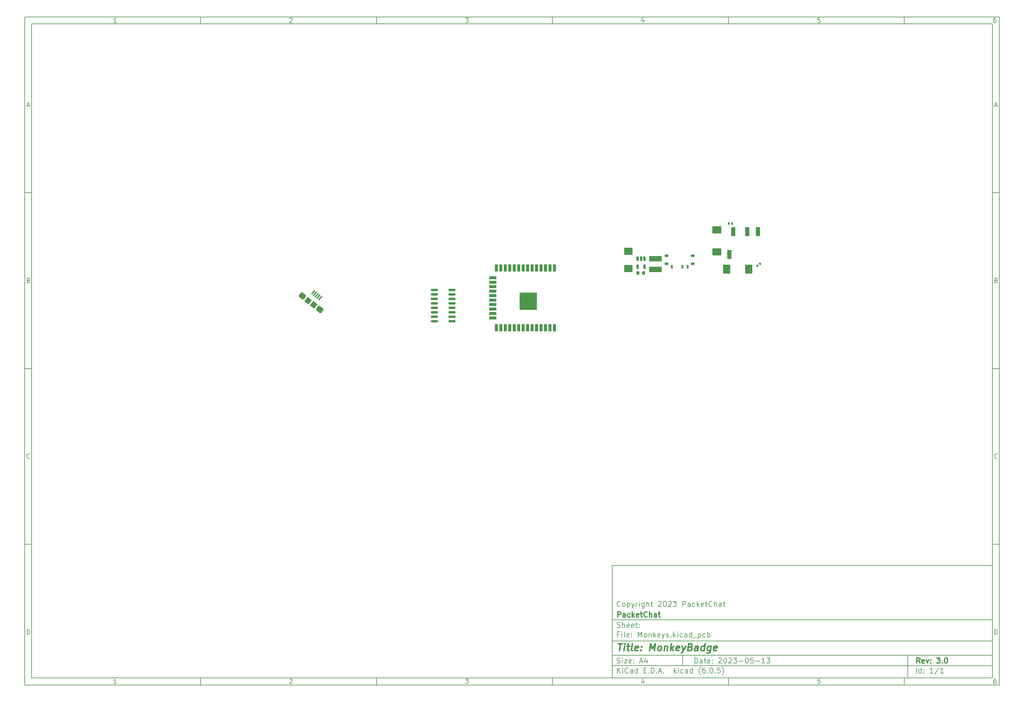
<source format=gbr>
%TF.GenerationSoftware,KiCad,Pcbnew,(6.0.5)*%
%TF.CreationDate,2023-07-25T21:33:44-07:00*%
%TF.ProjectId,Monkeys,4d6f6e6b-6579-4732-9e6b-696361645f70,3.0*%
%TF.SameCoordinates,Original*%
%TF.FileFunction,Paste,Bot*%
%TF.FilePolarity,Positive*%
%FSLAX46Y46*%
G04 Gerber Fmt 4.6, Leading zero omitted, Abs format (unit mm)*
G04 Created by KiCad (PCBNEW (6.0.5)) date 2023-07-25 21:33:44*
%MOMM*%
%LPD*%
G01*
G04 APERTURE LIST*
G04 Aperture macros list*
%AMRoundRect*
0 Rectangle with rounded corners*
0 $1 Rounding radius*
0 $2 $3 $4 $5 $6 $7 $8 $9 X,Y pos of 4 corners*
0 Add a 4 corners polygon primitive as box body*
4,1,4,$2,$3,$4,$5,$6,$7,$8,$9,$2,$3,0*
0 Add four circle primitives for the rounded corners*
1,1,$1+$1,$2,$3*
1,1,$1+$1,$4,$5*
1,1,$1+$1,$6,$7*
1,1,$1+$1,$8,$9*
0 Add four rect primitives between the rounded corners*
20,1,$1+$1,$2,$3,$4,$5,0*
20,1,$1+$1,$4,$5,$6,$7,0*
20,1,$1+$1,$6,$7,$8,$9,0*
20,1,$1+$1,$8,$9,$2,$3,0*%
%AMRotRect*
0 Rectangle, with rotation*
0 The origin of the aperture is its center*
0 $1 length*
0 $2 width*
0 $3 Rotation angle, in degrees counterclockwise*
0 Add horizontal line*
21,1,$1,$2,0,0,$3*%
G04 Aperture macros list end*
%ADD10C,0.100000*%
%ADD11C,0.150000*%
%ADD12C,0.300000*%
%ADD13C,0.400000*%
%ADD14C,0.000100*%
%ADD15RoundRect,0.147500X0.147500X0.172500X-0.147500X0.172500X-0.147500X-0.172500X0.147500X-0.172500X0*%
%ADD16RoundRect,0.147500X-0.002111X-0.226954X0.223872X-0.037331X0.002111X0.226954X-0.223872X0.037331X0*%
%ADD17RoundRect,0.250000X1.025000X-0.787500X1.025000X0.787500X-1.025000X0.787500X-1.025000X-0.787500X0*%
%ADD18RoundRect,0.250000X-0.787500X-1.025000X0.787500X-1.025000X0.787500X1.025000X-0.787500X1.025000X0*%
%ADD19R,1.000000X0.700000*%
%ADD20R,0.600000X1.000000*%
%ADD21RoundRect,0.150000X-0.150000X0.512500X-0.150000X-0.512500X0.150000X-0.512500X0.150000X0.512500X0*%
%ADD22R,3.600000X1.500000*%
%ADD23RoundRect,0.250000X-0.925000X0.787500X-0.925000X-0.787500X0.925000X-0.787500X0.925000X0.787500X0*%
%ADD24RoundRect,0.225000X-0.225000X-0.250000X0.225000X-0.250000X0.225000X0.250000X-0.225000X0.250000X0*%
%ADD25R,0.900000X2.000000*%
%ADD26R,2.000000X0.900000*%
%ADD27R,5.000000X5.000000*%
%ADD28RotRect,0.400000X1.350000X142.000000*%
%ADD29RoundRect,0.400000X0.147741X-0.623035X0.640270X0.007374X-0.147741X0.623035X-0.640270X-0.007374X0*%
%ADD30RotRect,1.500000X1.550000X142.000000*%
%ADD31RoundRect,0.150000X-0.825000X-0.150000X0.825000X-0.150000X0.825000X0.150000X-0.825000X0.150000X0*%
%ADD32R,1.200000X2.500000*%
G04 APERTURE END LIST*
D10*
D11*
X177002200Y-166007200D02*
X177002200Y-198007200D01*
X285002200Y-198007200D01*
X285002200Y-166007200D01*
X177002200Y-166007200D01*
D10*
D11*
X10000000Y-10000000D02*
X10000000Y-200007200D01*
X287002200Y-200007200D01*
X287002200Y-10000000D01*
X10000000Y-10000000D01*
D10*
D11*
X12000000Y-12000000D02*
X12000000Y-198007200D01*
X285002200Y-198007200D01*
X285002200Y-12000000D01*
X12000000Y-12000000D01*
D10*
D11*
X60000000Y-12000000D02*
X60000000Y-10000000D01*
D10*
D11*
X110000000Y-12000000D02*
X110000000Y-10000000D01*
D10*
D11*
X160000000Y-12000000D02*
X160000000Y-10000000D01*
D10*
D11*
X210000000Y-12000000D02*
X210000000Y-10000000D01*
D10*
D11*
X260000000Y-12000000D02*
X260000000Y-10000000D01*
D10*
D11*
X36065476Y-11588095D02*
X35322619Y-11588095D01*
X35694047Y-11588095D02*
X35694047Y-10288095D01*
X35570238Y-10473809D01*
X35446428Y-10597619D01*
X35322619Y-10659523D01*
D10*
D11*
X85322619Y-10411904D02*
X85384523Y-10350000D01*
X85508333Y-10288095D01*
X85817857Y-10288095D01*
X85941666Y-10350000D01*
X86003571Y-10411904D01*
X86065476Y-10535714D01*
X86065476Y-10659523D01*
X86003571Y-10845238D01*
X85260714Y-11588095D01*
X86065476Y-11588095D01*
D10*
D11*
X135260714Y-10288095D02*
X136065476Y-10288095D01*
X135632142Y-10783333D01*
X135817857Y-10783333D01*
X135941666Y-10845238D01*
X136003571Y-10907142D01*
X136065476Y-11030952D01*
X136065476Y-11340476D01*
X136003571Y-11464285D01*
X135941666Y-11526190D01*
X135817857Y-11588095D01*
X135446428Y-11588095D01*
X135322619Y-11526190D01*
X135260714Y-11464285D01*
D10*
D11*
X185941666Y-10721428D02*
X185941666Y-11588095D01*
X185632142Y-10226190D02*
X185322619Y-11154761D01*
X186127380Y-11154761D01*
D10*
D11*
X236003571Y-10288095D02*
X235384523Y-10288095D01*
X235322619Y-10907142D01*
X235384523Y-10845238D01*
X235508333Y-10783333D01*
X235817857Y-10783333D01*
X235941666Y-10845238D01*
X236003571Y-10907142D01*
X236065476Y-11030952D01*
X236065476Y-11340476D01*
X236003571Y-11464285D01*
X235941666Y-11526190D01*
X235817857Y-11588095D01*
X235508333Y-11588095D01*
X235384523Y-11526190D01*
X235322619Y-11464285D01*
D10*
D11*
X285941666Y-10288095D02*
X285694047Y-10288095D01*
X285570238Y-10350000D01*
X285508333Y-10411904D01*
X285384523Y-10597619D01*
X285322619Y-10845238D01*
X285322619Y-11340476D01*
X285384523Y-11464285D01*
X285446428Y-11526190D01*
X285570238Y-11588095D01*
X285817857Y-11588095D01*
X285941666Y-11526190D01*
X286003571Y-11464285D01*
X286065476Y-11340476D01*
X286065476Y-11030952D01*
X286003571Y-10907142D01*
X285941666Y-10845238D01*
X285817857Y-10783333D01*
X285570238Y-10783333D01*
X285446428Y-10845238D01*
X285384523Y-10907142D01*
X285322619Y-11030952D01*
D10*
D11*
X60000000Y-198007200D02*
X60000000Y-200007200D01*
D10*
D11*
X110000000Y-198007200D02*
X110000000Y-200007200D01*
D10*
D11*
X160000000Y-198007200D02*
X160000000Y-200007200D01*
D10*
D11*
X210000000Y-198007200D02*
X210000000Y-200007200D01*
D10*
D11*
X260000000Y-198007200D02*
X260000000Y-200007200D01*
D10*
D11*
X36065476Y-199595295D02*
X35322619Y-199595295D01*
X35694047Y-199595295D02*
X35694047Y-198295295D01*
X35570238Y-198481009D01*
X35446428Y-198604819D01*
X35322619Y-198666723D01*
D10*
D11*
X85322619Y-198419104D02*
X85384523Y-198357200D01*
X85508333Y-198295295D01*
X85817857Y-198295295D01*
X85941666Y-198357200D01*
X86003571Y-198419104D01*
X86065476Y-198542914D01*
X86065476Y-198666723D01*
X86003571Y-198852438D01*
X85260714Y-199595295D01*
X86065476Y-199595295D01*
D10*
D11*
X135260714Y-198295295D02*
X136065476Y-198295295D01*
X135632142Y-198790533D01*
X135817857Y-198790533D01*
X135941666Y-198852438D01*
X136003571Y-198914342D01*
X136065476Y-199038152D01*
X136065476Y-199347676D01*
X136003571Y-199471485D01*
X135941666Y-199533390D01*
X135817857Y-199595295D01*
X135446428Y-199595295D01*
X135322619Y-199533390D01*
X135260714Y-199471485D01*
D10*
D11*
X185941666Y-198728628D02*
X185941666Y-199595295D01*
X185632142Y-198233390D02*
X185322619Y-199161961D01*
X186127380Y-199161961D01*
D10*
D11*
X236003571Y-198295295D02*
X235384523Y-198295295D01*
X235322619Y-198914342D01*
X235384523Y-198852438D01*
X235508333Y-198790533D01*
X235817857Y-198790533D01*
X235941666Y-198852438D01*
X236003571Y-198914342D01*
X236065476Y-199038152D01*
X236065476Y-199347676D01*
X236003571Y-199471485D01*
X235941666Y-199533390D01*
X235817857Y-199595295D01*
X235508333Y-199595295D01*
X235384523Y-199533390D01*
X235322619Y-199471485D01*
D10*
D11*
X285941666Y-198295295D02*
X285694047Y-198295295D01*
X285570238Y-198357200D01*
X285508333Y-198419104D01*
X285384523Y-198604819D01*
X285322619Y-198852438D01*
X285322619Y-199347676D01*
X285384523Y-199471485D01*
X285446428Y-199533390D01*
X285570238Y-199595295D01*
X285817857Y-199595295D01*
X285941666Y-199533390D01*
X286003571Y-199471485D01*
X286065476Y-199347676D01*
X286065476Y-199038152D01*
X286003571Y-198914342D01*
X285941666Y-198852438D01*
X285817857Y-198790533D01*
X285570238Y-198790533D01*
X285446428Y-198852438D01*
X285384523Y-198914342D01*
X285322619Y-199038152D01*
D10*
D11*
X10000000Y-60000000D02*
X12000000Y-60000000D01*
D10*
D11*
X10000000Y-110000000D02*
X12000000Y-110000000D01*
D10*
D11*
X10000000Y-160000000D02*
X12000000Y-160000000D01*
D10*
D11*
X10690476Y-35216666D02*
X11309523Y-35216666D01*
X10566666Y-35588095D02*
X11000000Y-34288095D01*
X11433333Y-35588095D01*
D10*
D11*
X11092857Y-84907142D02*
X11278571Y-84969047D01*
X11340476Y-85030952D01*
X11402380Y-85154761D01*
X11402380Y-85340476D01*
X11340476Y-85464285D01*
X11278571Y-85526190D01*
X11154761Y-85588095D01*
X10659523Y-85588095D01*
X10659523Y-84288095D01*
X11092857Y-84288095D01*
X11216666Y-84350000D01*
X11278571Y-84411904D01*
X11340476Y-84535714D01*
X11340476Y-84659523D01*
X11278571Y-84783333D01*
X11216666Y-84845238D01*
X11092857Y-84907142D01*
X10659523Y-84907142D01*
D10*
D11*
X11402380Y-135464285D02*
X11340476Y-135526190D01*
X11154761Y-135588095D01*
X11030952Y-135588095D01*
X10845238Y-135526190D01*
X10721428Y-135402380D01*
X10659523Y-135278571D01*
X10597619Y-135030952D01*
X10597619Y-134845238D01*
X10659523Y-134597619D01*
X10721428Y-134473809D01*
X10845238Y-134350000D01*
X11030952Y-134288095D01*
X11154761Y-134288095D01*
X11340476Y-134350000D01*
X11402380Y-134411904D01*
D10*
D11*
X10659523Y-185588095D02*
X10659523Y-184288095D01*
X10969047Y-184288095D01*
X11154761Y-184350000D01*
X11278571Y-184473809D01*
X11340476Y-184597619D01*
X11402380Y-184845238D01*
X11402380Y-185030952D01*
X11340476Y-185278571D01*
X11278571Y-185402380D01*
X11154761Y-185526190D01*
X10969047Y-185588095D01*
X10659523Y-185588095D01*
D10*
D11*
X287002200Y-60000000D02*
X285002200Y-60000000D01*
D10*
D11*
X287002200Y-110000000D02*
X285002200Y-110000000D01*
D10*
D11*
X287002200Y-160000000D02*
X285002200Y-160000000D01*
D10*
D11*
X285692676Y-35216666D02*
X286311723Y-35216666D01*
X285568866Y-35588095D02*
X286002200Y-34288095D01*
X286435533Y-35588095D01*
D10*
D11*
X286095057Y-84907142D02*
X286280771Y-84969047D01*
X286342676Y-85030952D01*
X286404580Y-85154761D01*
X286404580Y-85340476D01*
X286342676Y-85464285D01*
X286280771Y-85526190D01*
X286156961Y-85588095D01*
X285661723Y-85588095D01*
X285661723Y-84288095D01*
X286095057Y-84288095D01*
X286218866Y-84350000D01*
X286280771Y-84411904D01*
X286342676Y-84535714D01*
X286342676Y-84659523D01*
X286280771Y-84783333D01*
X286218866Y-84845238D01*
X286095057Y-84907142D01*
X285661723Y-84907142D01*
D10*
D11*
X286404580Y-135464285D02*
X286342676Y-135526190D01*
X286156961Y-135588095D01*
X286033152Y-135588095D01*
X285847438Y-135526190D01*
X285723628Y-135402380D01*
X285661723Y-135278571D01*
X285599819Y-135030952D01*
X285599819Y-134845238D01*
X285661723Y-134597619D01*
X285723628Y-134473809D01*
X285847438Y-134350000D01*
X286033152Y-134288095D01*
X286156961Y-134288095D01*
X286342676Y-134350000D01*
X286404580Y-134411904D01*
D10*
D11*
X285661723Y-185588095D02*
X285661723Y-184288095D01*
X285971247Y-184288095D01*
X286156961Y-184350000D01*
X286280771Y-184473809D01*
X286342676Y-184597619D01*
X286404580Y-184845238D01*
X286404580Y-185030952D01*
X286342676Y-185278571D01*
X286280771Y-185402380D01*
X286156961Y-185526190D01*
X285971247Y-185588095D01*
X285661723Y-185588095D01*
D10*
D11*
X200434342Y-193785771D02*
X200434342Y-192285771D01*
X200791485Y-192285771D01*
X201005771Y-192357200D01*
X201148628Y-192500057D01*
X201220057Y-192642914D01*
X201291485Y-192928628D01*
X201291485Y-193142914D01*
X201220057Y-193428628D01*
X201148628Y-193571485D01*
X201005771Y-193714342D01*
X200791485Y-193785771D01*
X200434342Y-193785771D01*
X202577200Y-193785771D02*
X202577200Y-193000057D01*
X202505771Y-192857200D01*
X202362914Y-192785771D01*
X202077200Y-192785771D01*
X201934342Y-192857200D01*
X202577200Y-193714342D02*
X202434342Y-193785771D01*
X202077200Y-193785771D01*
X201934342Y-193714342D01*
X201862914Y-193571485D01*
X201862914Y-193428628D01*
X201934342Y-193285771D01*
X202077200Y-193214342D01*
X202434342Y-193214342D01*
X202577200Y-193142914D01*
X203077200Y-192785771D02*
X203648628Y-192785771D01*
X203291485Y-192285771D02*
X203291485Y-193571485D01*
X203362914Y-193714342D01*
X203505771Y-193785771D01*
X203648628Y-193785771D01*
X204720057Y-193714342D02*
X204577200Y-193785771D01*
X204291485Y-193785771D01*
X204148628Y-193714342D01*
X204077200Y-193571485D01*
X204077200Y-193000057D01*
X204148628Y-192857200D01*
X204291485Y-192785771D01*
X204577200Y-192785771D01*
X204720057Y-192857200D01*
X204791485Y-193000057D01*
X204791485Y-193142914D01*
X204077200Y-193285771D01*
X205434342Y-193642914D02*
X205505771Y-193714342D01*
X205434342Y-193785771D01*
X205362914Y-193714342D01*
X205434342Y-193642914D01*
X205434342Y-193785771D01*
X205434342Y-192857200D02*
X205505771Y-192928628D01*
X205434342Y-193000057D01*
X205362914Y-192928628D01*
X205434342Y-192857200D01*
X205434342Y-193000057D01*
X207220057Y-192428628D02*
X207291485Y-192357200D01*
X207434342Y-192285771D01*
X207791485Y-192285771D01*
X207934342Y-192357200D01*
X208005771Y-192428628D01*
X208077200Y-192571485D01*
X208077200Y-192714342D01*
X208005771Y-192928628D01*
X207148628Y-193785771D01*
X208077200Y-193785771D01*
X209005771Y-192285771D02*
X209148628Y-192285771D01*
X209291485Y-192357200D01*
X209362914Y-192428628D01*
X209434342Y-192571485D01*
X209505771Y-192857200D01*
X209505771Y-193214342D01*
X209434342Y-193500057D01*
X209362914Y-193642914D01*
X209291485Y-193714342D01*
X209148628Y-193785771D01*
X209005771Y-193785771D01*
X208862914Y-193714342D01*
X208791485Y-193642914D01*
X208720057Y-193500057D01*
X208648628Y-193214342D01*
X208648628Y-192857200D01*
X208720057Y-192571485D01*
X208791485Y-192428628D01*
X208862914Y-192357200D01*
X209005771Y-192285771D01*
X210077200Y-192428628D02*
X210148628Y-192357200D01*
X210291485Y-192285771D01*
X210648628Y-192285771D01*
X210791485Y-192357200D01*
X210862914Y-192428628D01*
X210934342Y-192571485D01*
X210934342Y-192714342D01*
X210862914Y-192928628D01*
X210005771Y-193785771D01*
X210934342Y-193785771D01*
X211434342Y-192285771D02*
X212362914Y-192285771D01*
X211862914Y-192857200D01*
X212077200Y-192857200D01*
X212220057Y-192928628D01*
X212291485Y-193000057D01*
X212362914Y-193142914D01*
X212362914Y-193500057D01*
X212291485Y-193642914D01*
X212220057Y-193714342D01*
X212077200Y-193785771D01*
X211648628Y-193785771D01*
X211505771Y-193714342D01*
X211434342Y-193642914D01*
X213005771Y-193214342D02*
X214148628Y-193214342D01*
X215148628Y-192285771D02*
X215291485Y-192285771D01*
X215434342Y-192357200D01*
X215505771Y-192428628D01*
X215577200Y-192571485D01*
X215648628Y-192857200D01*
X215648628Y-193214342D01*
X215577200Y-193500057D01*
X215505771Y-193642914D01*
X215434342Y-193714342D01*
X215291485Y-193785771D01*
X215148628Y-193785771D01*
X215005771Y-193714342D01*
X214934342Y-193642914D01*
X214862914Y-193500057D01*
X214791485Y-193214342D01*
X214791485Y-192857200D01*
X214862914Y-192571485D01*
X214934342Y-192428628D01*
X215005771Y-192357200D01*
X215148628Y-192285771D01*
X217005771Y-192285771D02*
X216291485Y-192285771D01*
X216220057Y-193000057D01*
X216291485Y-192928628D01*
X216434342Y-192857200D01*
X216791485Y-192857200D01*
X216934342Y-192928628D01*
X217005771Y-193000057D01*
X217077200Y-193142914D01*
X217077200Y-193500057D01*
X217005771Y-193642914D01*
X216934342Y-193714342D01*
X216791485Y-193785771D01*
X216434342Y-193785771D01*
X216291485Y-193714342D01*
X216220057Y-193642914D01*
X217720057Y-193214342D02*
X218862914Y-193214342D01*
X220362914Y-193785771D02*
X219505771Y-193785771D01*
X219934342Y-193785771D02*
X219934342Y-192285771D01*
X219791485Y-192500057D01*
X219648628Y-192642914D01*
X219505771Y-192714342D01*
X220862914Y-192285771D02*
X221791485Y-192285771D01*
X221291485Y-192857200D01*
X221505771Y-192857200D01*
X221648628Y-192928628D01*
X221720057Y-193000057D01*
X221791485Y-193142914D01*
X221791485Y-193500057D01*
X221720057Y-193642914D01*
X221648628Y-193714342D01*
X221505771Y-193785771D01*
X221077200Y-193785771D01*
X220934342Y-193714342D01*
X220862914Y-193642914D01*
D10*
D11*
X177002200Y-194507200D02*
X285002200Y-194507200D01*
D10*
D11*
X178434342Y-196585771D02*
X178434342Y-195085771D01*
X179291485Y-196585771D02*
X178648628Y-195728628D01*
X179291485Y-195085771D02*
X178434342Y-195942914D01*
X179934342Y-196585771D02*
X179934342Y-195585771D01*
X179934342Y-195085771D02*
X179862914Y-195157200D01*
X179934342Y-195228628D01*
X180005771Y-195157200D01*
X179934342Y-195085771D01*
X179934342Y-195228628D01*
X181505771Y-196442914D02*
X181434342Y-196514342D01*
X181220057Y-196585771D01*
X181077200Y-196585771D01*
X180862914Y-196514342D01*
X180720057Y-196371485D01*
X180648628Y-196228628D01*
X180577200Y-195942914D01*
X180577200Y-195728628D01*
X180648628Y-195442914D01*
X180720057Y-195300057D01*
X180862914Y-195157200D01*
X181077200Y-195085771D01*
X181220057Y-195085771D01*
X181434342Y-195157200D01*
X181505771Y-195228628D01*
X182791485Y-196585771D02*
X182791485Y-195800057D01*
X182720057Y-195657200D01*
X182577200Y-195585771D01*
X182291485Y-195585771D01*
X182148628Y-195657200D01*
X182791485Y-196514342D02*
X182648628Y-196585771D01*
X182291485Y-196585771D01*
X182148628Y-196514342D01*
X182077200Y-196371485D01*
X182077200Y-196228628D01*
X182148628Y-196085771D01*
X182291485Y-196014342D01*
X182648628Y-196014342D01*
X182791485Y-195942914D01*
X184148628Y-196585771D02*
X184148628Y-195085771D01*
X184148628Y-196514342D02*
X184005771Y-196585771D01*
X183720057Y-196585771D01*
X183577200Y-196514342D01*
X183505771Y-196442914D01*
X183434342Y-196300057D01*
X183434342Y-195871485D01*
X183505771Y-195728628D01*
X183577200Y-195657200D01*
X183720057Y-195585771D01*
X184005771Y-195585771D01*
X184148628Y-195657200D01*
X186005771Y-195800057D02*
X186505771Y-195800057D01*
X186720057Y-196585771D02*
X186005771Y-196585771D01*
X186005771Y-195085771D01*
X186720057Y-195085771D01*
X187362914Y-196442914D02*
X187434342Y-196514342D01*
X187362914Y-196585771D01*
X187291485Y-196514342D01*
X187362914Y-196442914D01*
X187362914Y-196585771D01*
X188077200Y-196585771D02*
X188077200Y-195085771D01*
X188434342Y-195085771D01*
X188648628Y-195157200D01*
X188791485Y-195300057D01*
X188862914Y-195442914D01*
X188934342Y-195728628D01*
X188934342Y-195942914D01*
X188862914Y-196228628D01*
X188791485Y-196371485D01*
X188648628Y-196514342D01*
X188434342Y-196585771D01*
X188077200Y-196585771D01*
X189577200Y-196442914D02*
X189648628Y-196514342D01*
X189577200Y-196585771D01*
X189505771Y-196514342D01*
X189577200Y-196442914D01*
X189577200Y-196585771D01*
X190220057Y-196157200D02*
X190934342Y-196157200D01*
X190077200Y-196585771D02*
X190577200Y-195085771D01*
X191077200Y-196585771D01*
X191577200Y-196442914D02*
X191648628Y-196514342D01*
X191577200Y-196585771D01*
X191505771Y-196514342D01*
X191577200Y-196442914D01*
X191577200Y-196585771D01*
X194577200Y-196585771D02*
X194577200Y-195085771D01*
X194720057Y-196014342D02*
X195148628Y-196585771D01*
X195148628Y-195585771D02*
X194577200Y-196157200D01*
X195791485Y-196585771D02*
X195791485Y-195585771D01*
X195791485Y-195085771D02*
X195720057Y-195157200D01*
X195791485Y-195228628D01*
X195862914Y-195157200D01*
X195791485Y-195085771D01*
X195791485Y-195228628D01*
X197148628Y-196514342D02*
X197005771Y-196585771D01*
X196720057Y-196585771D01*
X196577200Y-196514342D01*
X196505771Y-196442914D01*
X196434342Y-196300057D01*
X196434342Y-195871485D01*
X196505771Y-195728628D01*
X196577200Y-195657200D01*
X196720057Y-195585771D01*
X197005771Y-195585771D01*
X197148628Y-195657200D01*
X198434342Y-196585771D02*
X198434342Y-195800057D01*
X198362914Y-195657200D01*
X198220057Y-195585771D01*
X197934342Y-195585771D01*
X197791485Y-195657200D01*
X198434342Y-196514342D02*
X198291485Y-196585771D01*
X197934342Y-196585771D01*
X197791485Y-196514342D01*
X197720057Y-196371485D01*
X197720057Y-196228628D01*
X197791485Y-196085771D01*
X197934342Y-196014342D01*
X198291485Y-196014342D01*
X198434342Y-195942914D01*
X199791485Y-196585771D02*
X199791485Y-195085771D01*
X199791485Y-196514342D02*
X199648628Y-196585771D01*
X199362914Y-196585771D01*
X199220057Y-196514342D01*
X199148628Y-196442914D01*
X199077200Y-196300057D01*
X199077200Y-195871485D01*
X199148628Y-195728628D01*
X199220057Y-195657200D01*
X199362914Y-195585771D01*
X199648628Y-195585771D01*
X199791485Y-195657200D01*
X202077200Y-197157200D02*
X202005771Y-197085771D01*
X201862914Y-196871485D01*
X201791485Y-196728628D01*
X201720057Y-196514342D01*
X201648628Y-196157200D01*
X201648628Y-195871485D01*
X201720057Y-195514342D01*
X201791485Y-195300057D01*
X201862914Y-195157200D01*
X202005771Y-194942914D01*
X202077200Y-194871485D01*
X203291485Y-195085771D02*
X203005771Y-195085771D01*
X202862914Y-195157200D01*
X202791485Y-195228628D01*
X202648628Y-195442914D01*
X202577200Y-195728628D01*
X202577200Y-196300057D01*
X202648628Y-196442914D01*
X202720057Y-196514342D01*
X202862914Y-196585771D01*
X203148628Y-196585771D01*
X203291485Y-196514342D01*
X203362914Y-196442914D01*
X203434342Y-196300057D01*
X203434342Y-195942914D01*
X203362914Y-195800057D01*
X203291485Y-195728628D01*
X203148628Y-195657200D01*
X202862914Y-195657200D01*
X202720057Y-195728628D01*
X202648628Y-195800057D01*
X202577200Y-195942914D01*
X204077200Y-196442914D02*
X204148628Y-196514342D01*
X204077200Y-196585771D01*
X204005771Y-196514342D01*
X204077200Y-196442914D01*
X204077200Y-196585771D01*
X205077200Y-195085771D02*
X205220057Y-195085771D01*
X205362914Y-195157200D01*
X205434342Y-195228628D01*
X205505771Y-195371485D01*
X205577200Y-195657200D01*
X205577200Y-196014342D01*
X205505771Y-196300057D01*
X205434342Y-196442914D01*
X205362914Y-196514342D01*
X205220057Y-196585771D01*
X205077200Y-196585771D01*
X204934342Y-196514342D01*
X204862914Y-196442914D01*
X204791485Y-196300057D01*
X204720057Y-196014342D01*
X204720057Y-195657200D01*
X204791485Y-195371485D01*
X204862914Y-195228628D01*
X204934342Y-195157200D01*
X205077200Y-195085771D01*
X206220057Y-196442914D02*
X206291485Y-196514342D01*
X206220057Y-196585771D01*
X206148628Y-196514342D01*
X206220057Y-196442914D01*
X206220057Y-196585771D01*
X207648628Y-195085771D02*
X206934342Y-195085771D01*
X206862914Y-195800057D01*
X206934342Y-195728628D01*
X207077200Y-195657200D01*
X207434342Y-195657200D01*
X207577200Y-195728628D01*
X207648628Y-195800057D01*
X207720057Y-195942914D01*
X207720057Y-196300057D01*
X207648628Y-196442914D01*
X207577200Y-196514342D01*
X207434342Y-196585771D01*
X207077200Y-196585771D01*
X206934342Y-196514342D01*
X206862914Y-196442914D01*
X208220057Y-197157200D02*
X208291485Y-197085771D01*
X208434342Y-196871485D01*
X208505771Y-196728628D01*
X208577200Y-196514342D01*
X208648628Y-196157200D01*
X208648628Y-195871485D01*
X208577200Y-195514342D01*
X208505771Y-195300057D01*
X208434342Y-195157200D01*
X208291485Y-194942914D01*
X208220057Y-194871485D01*
D10*
D11*
X177002200Y-191507200D02*
X285002200Y-191507200D01*
D10*
D12*
X264411485Y-193785771D02*
X263911485Y-193071485D01*
X263554342Y-193785771D02*
X263554342Y-192285771D01*
X264125771Y-192285771D01*
X264268628Y-192357200D01*
X264340057Y-192428628D01*
X264411485Y-192571485D01*
X264411485Y-192785771D01*
X264340057Y-192928628D01*
X264268628Y-193000057D01*
X264125771Y-193071485D01*
X263554342Y-193071485D01*
X265625771Y-193714342D02*
X265482914Y-193785771D01*
X265197200Y-193785771D01*
X265054342Y-193714342D01*
X264982914Y-193571485D01*
X264982914Y-193000057D01*
X265054342Y-192857200D01*
X265197200Y-192785771D01*
X265482914Y-192785771D01*
X265625771Y-192857200D01*
X265697200Y-193000057D01*
X265697200Y-193142914D01*
X264982914Y-193285771D01*
X266197200Y-192785771D02*
X266554342Y-193785771D01*
X266911485Y-192785771D01*
X267482914Y-193642914D02*
X267554342Y-193714342D01*
X267482914Y-193785771D01*
X267411485Y-193714342D01*
X267482914Y-193642914D01*
X267482914Y-193785771D01*
X267482914Y-192857200D02*
X267554342Y-192928628D01*
X267482914Y-193000057D01*
X267411485Y-192928628D01*
X267482914Y-192857200D01*
X267482914Y-193000057D01*
X269197200Y-192285771D02*
X270125771Y-192285771D01*
X269625771Y-192857200D01*
X269840057Y-192857200D01*
X269982914Y-192928628D01*
X270054342Y-193000057D01*
X270125771Y-193142914D01*
X270125771Y-193500057D01*
X270054342Y-193642914D01*
X269982914Y-193714342D01*
X269840057Y-193785771D01*
X269411485Y-193785771D01*
X269268628Y-193714342D01*
X269197200Y-193642914D01*
X270768628Y-193642914D02*
X270840057Y-193714342D01*
X270768628Y-193785771D01*
X270697200Y-193714342D01*
X270768628Y-193642914D01*
X270768628Y-193785771D01*
X271768628Y-192285771D02*
X271911485Y-192285771D01*
X272054342Y-192357200D01*
X272125771Y-192428628D01*
X272197200Y-192571485D01*
X272268628Y-192857200D01*
X272268628Y-193214342D01*
X272197200Y-193500057D01*
X272125771Y-193642914D01*
X272054342Y-193714342D01*
X271911485Y-193785771D01*
X271768628Y-193785771D01*
X271625771Y-193714342D01*
X271554342Y-193642914D01*
X271482914Y-193500057D01*
X271411485Y-193214342D01*
X271411485Y-192857200D01*
X271482914Y-192571485D01*
X271554342Y-192428628D01*
X271625771Y-192357200D01*
X271768628Y-192285771D01*
D10*
D11*
X178362914Y-193714342D02*
X178577200Y-193785771D01*
X178934342Y-193785771D01*
X179077200Y-193714342D01*
X179148628Y-193642914D01*
X179220057Y-193500057D01*
X179220057Y-193357200D01*
X179148628Y-193214342D01*
X179077200Y-193142914D01*
X178934342Y-193071485D01*
X178648628Y-193000057D01*
X178505771Y-192928628D01*
X178434342Y-192857200D01*
X178362914Y-192714342D01*
X178362914Y-192571485D01*
X178434342Y-192428628D01*
X178505771Y-192357200D01*
X178648628Y-192285771D01*
X179005771Y-192285771D01*
X179220057Y-192357200D01*
X179862914Y-193785771D02*
X179862914Y-192785771D01*
X179862914Y-192285771D02*
X179791485Y-192357200D01*
X179862914Y-192428628D01*
X179934342Y-192357200D01*
X179862914Y-192285771D01*
X179862914Y-192428628D01*
X180434342Y-192785771D02*
X181220057Y-192785771D01*
X180434342Y-193785771D01*
X181220057Y-193785771D01*
X182362914Y-193714342D02*
X182220057Y-193785771D01*
X181934342Y-193785771D01*
X181791485Y-193714342D01*
X181720057Y-193571485D01*
X181720057Y-193000057D01*
X181791485Y-192857200D01*
X181934342Y-192785771D01*
X182220057Y-192785771D01*
X182362914Y-192857200D01*
X182434342Y-193000057D01*
X182434342Y-193142914D01*
X181720057Y-193285771D01*
X183077200Y-193642914D02*
X183148628Y-193714342D01*
X183077200Y-193785771D01*
X183005771Y-193714342D01*
X183077200Y-193642914D01*
X183077200Y-193785771D01*
X183077200Y-192857200D02*
X183148628Y-192928628D01*
X183077200Y-193000057D01*
X183005771Y-192928628D01*
X183077200Y-192857200D01*
X183077200Y-193000057D01*
X184862914Y-193357200D02*
X185577200Y-193357200D01*
X184720057Y-193785771D02*
X185220057Y-192285771D01*
X185720057Y-193785771D01*
X186862914Y-192785771D02*
X186862914Y-193785771D01*
X186505771Y-192214342D02*
X186148628Y-193285771D01*
X187077200Y-193285771D01*
D10*
D11*
X263434342Y-196585771D02*
X263434342Y-195085771D01*
X264791485Y-196585771D02*
X264791485Y-195085771D01*
X264791485Y-196514342D02*
X264648628Y-196585771D01*
X264362914Y-196585771D01*
X264220057Y-196514342D01*
X264148628Y-196442914D01*
X264077200Y-196300057D01*
X264077200Y-195871485D01*
X264148628Y-195728628D01*
X264220057Y-195657200D01*
X264362914Y-195585771D01*
X264648628Y-195585771D01*
X264791485Y-195657200D01*
X265505771Y-196442914D02*
X265577200Y-196514342D01*
X265505771Y-196585771D01*
X265434342Y-196514342D01*
X265505771Y-196442914D01*
X265505771Y-196585771D01*
X265505771Y-195657200D02*
X265577200Y-195728628D01*
X265505771Y-195800057D01*
X265434342Y-195728628D01*
X265505771Y-195657200D01*
X265505771Y-195800057D01*
X268148628Y-196585771D02*
X267291485Y-196585771D01*
X267720057Y-196585771D02*
X267720057Y-195085771D01*
X267577200Y-195300057D01*
X267434342Y-195442914D01*
X267291485Y-195514342D01*
X269862914Y-195014342D02*
X268577200Y-196942914D01*
X271148628Y-196585771D02*
X270291485Y-196585771D01*
X270720057Y-196585771D02*
X270720057Y-195085771D01*
X270577200Y-195300057D01*
X270434342Y-195442914D01*
X270291485Y-195514342D01*
D10*
D11*
X177002200Y-187507200D02*
X285002200Y-187507200D01*
D10*
D13*
X178714580Y-188211961D02*
X179857438Y-188211961D01*
X179036009Y-190211961D02*
X179286009Y-188211961D01*
X180274104Y-190211961D02*
X180440771Y-188878628D01*
X180524104Y-188211961D02*
X180416961Y-188307200D01*
X180500295Y-188402438D01*
X180607438Y-188307200D01*
X180524104Y-188211961D01*
X180500295Y-188402438D01*
X181107438Y-188878628D02*
X181869342Y-188878628D01*
X181476485Y-188211961D02*
X181262200Y-189926247D01*
X181333628Y-190116723D01*
X181512200Y-190211961D01*
X181702676Y-190211961D01*
X182655057Y-190211961D02*
X182476485Y-190116723D01*
X182405057Y-189926247D01*
X182619342Y-188211961D01*
X184190771Y-190116723D02*
X183988390Y-190211961D01*
X183607438Y-190211961D01*
X183428866Y-190116723D01*
X183357438Y-189926247D01*
X183452676Y-189164342D01*
X183571723Y-188973866D01*
X183774104Y-188878628D01*
X184155057Y-188878628D01*
X184333628Y-188973866D01*
X184405057Y-189164342D01*
X184381247Y-189354819D01*
X183405057Y-189545295D01*
X185155057Y-190021485D02*
X185238390Y-190116723D01*
X185131247Y-190211961D01*
X185047914Y-190116723D01*
X185155057Y-190021485D01*
X185131247Y-190211961D01*
X185286009Y-188973866D02*
X185369342Y-189069104D01*
X185262200Y-189164342D01*
X185178866Y-189069104D01*
X185286009Y-188973866D01*
X185262200Y-189164342D01*
X187607438Y-190211961D02*
X187857438Y-188211961D01*
X188345533Y-189640533D01*
X189190771Y-188211961D01*
X188940771Y-190211961D01*
X190178866Y-190211961D02*
X190000295Y-190116723D01*
X189916961Y-190021485D01*
X189845533Y-189831009D01*
X189916961Y-189259580D01*
X190036009Y-189069104D01*
X190143152Y-188973866D01*
X190345533Y-188878628D01*
X190631247Y-188878628D01*
X190809819Y-188973866D01*
X190893152Y-189069104D01*
X190964580Y-189259580D01*
X190893152Y-189831009D01*
X190774104Y-190021485D01*
X190666961Y-190116723D01*
X190464580Y-190211961D01*
X190178866Y-190211961D01*
X191869342Y-188878628D02*
X191702676Y-190211961D01*
X191845533Y-189069104D02*
X191952676Y-188973866D01*
X192155057Y-188878628D01*
X192440771Y-188878628D01*
X192619342Y-188973866D01*
X192690771Y-189164342D01*
X192559819Y-190211961D01*
X193512200Y-190211961D02*
X193762200Y-188211961D01*
X193797914Y-189450057D02*
X194274104Y-190211961D01*
X194440771Y-188878628D02*
X193583628Y-189640533D01*
X195905057Y-190116723D02*
X195702676Y-190211961D01*
X195321723Y-190211961D01*
X195143152Y-190116723D01*
X195071723Y-189926247D01*
X195166961Y-189164342D01*
X195286009Y-188973866D01*
X195488390Y-188878628D01*
X195869342Y-188878628D01*
X196047914Y-188973866D01*
X196119342Y-189164342D01*
X196095533Y-189354819D01*
X195119342Y-189545295D01*
X196821723Y-188878628D02*
X197131247Y-190211961D01*
X197774104Y-188878628D02*
X197131247Y-190211961D01*
X196881247Y-190688152D01*
X196774104Y-190783390D01*
X196571723Y-190878628D01*
X199166961Y-189164342D02*
X199440771Y-189259580D01*
X199524104Y-189354819D01*
X199595533Y-189545295D01*
X199559819Y-189831009D01*
X199440771Y-190021485D01*
X199333628Y-190116723D01*
X199131247Y-190211961D01*
X198369342Y-190211961D01*
X198619342Y-188211961D01*
X199286009Y-188211961D01*
X199464580Y-188307200D01*
X199547914Y-188402438D01*
X199619342Y-188592914D01*
X199595533Y-188783390D01*
X199476485Y-188973866D01*
X199369342Y-189069104D01*
X199166961Y-189164342D01*
X198500295Y-189164342D01*
X201226485Y-190211961D02*
X201357438Y-189164342D01*
X201286009Y-188973866D01*
X201107438Y-188878628D01*
X200726485Y-188878628D01*
X200524104Y-188973866D01*
X201238390Y-190116723D02*
X201036009Y-190211961D01*
X200559819Y-190211961D01*
X200381247Y-190116723D01*
X200309819Y-189926247D01*
X200333628Y-189735771D01*
X200452676Y-189545295D01*
X200655057Y-189450057D01*
X201131247Y-189450057D01*
X201333628Y-189354819D01*
X203036009Y-190211961D02*
X203286009Y-188211961D01*
X203047914Y-190116723D02*
X202845533Y-190211961D01*
X202464580Y-190211961D01*
X202286009Y-190116723D01*
X202202676Y-190021485D01*
X202131247Y-189831009D01*
X202202676Y-189259580D01*
X202321723Y-189069104D01*
X202428866Y-188973866D01*
X202631247Y-188878628D01*
X203012200Y-188878628D01*
X203190771Y-188973866D01*
X205012200Y-188878628D02*
X204809819Y-190497676D01*
X204690771Y-190688152D01*
X204583628Y-190783390D01*
X204381247Y-190878628D01*
X204095533Y-190878628D01*
X203916961Y-190783390D01*
X204857438Y-190116723D02*
X204655057Y-190211961D01*
X204274104Y-190211961D01*
X204095533Y-190116723D01*
X204012200Y-190021485D01*
X203940771Y-189831009D01*
X204012200Y-189259580D01*
X204131247Y-189069104D01*
X204238390Y-188973866D01*
X204440771Y-188878628D01*
X204821723Y-188878628D01*
X205000295Y-188973866D01*
X206571723Y-190116723D02*
X206369342Y-190211961D01*
X205988390Y-190211961D01*
X205809819Y-190116723D01*
X205738390Y-189926247D01*
X205833628Y-189164342D01*
X205952676Y-188973866D01*
X206155057Y-188878628D01*
X206536009Y-188878628D01*
X206714580Y-188973866D01*
X206786009Y-189164342D01*
X206762200Y-189354819D01*
X205786009Y-189545295D01*
D10*
D11*
X178934342Y-185600057D02*
X178434342Y-185600057D01*
X178434342Y-186385771D02*
X178434342Y-184885771D01*
X179148628Y-184885771D01*
X179720057Y-186385771D02*
X179720057Y-185385771D01*
X179720057Y-184885771D02*
X179648628Y-184957200D01*
X179720057Y-185028628D01*
X179791485Y-184957200D01*
X179720057Y-184885771D01*
X179720057Y-185028628D01*
X180648628Y-186385771D02*
X180505771Y-186314342D01*
X180434342Y-186171485D01*
X180434342Y-184885771D01*
X181791485Y-186314342D02*
X181648628Y-186385771D01*
X181362914Y-186385771D01*
X181220057Y-186314342D01*
X181148628Y-186171485D01*
X181148628Y-185600057D01*
X181220057Y-185457200D01*
X181362914Y-185385771D01*
X181648628Y-185385771D01*
X181791485Y-185457200D01*
X181862914Y-185600057D01*
X181862914Y-185742914D01*
X181148628Y-185885771D01*
X182505771Y-186242914D02*
X182577200Y-186314342D01*
X182505771Y-186385771D01*
X182434342Y-186314342D01*
X182505771Y-186242914D01*
X182505771Y-186385771D01*
X182505771Y-185457200D02*
X182577200Y-185528628D01*
X182505771Y-185600057D01*
X182434342Y-185528628D01*
X182505771Y-185457200D01*
X182505771Y-185600057D01*
X184362914Y-186385771D02*
X184362914Y-184885771D01*
X184862914Y-185957200D01*
X185362914Y-184885771D01*
X185362914Y-186385771D01*
X186291485Y-186385771D02*
X186148628Y-186314342D01*
X186077200Y-186242914D01*
X186005771Y-186100057D01*
X186005771Y-185671485D01*
X186077200Y-185528628D01*
X186148628Y-185457200D01*
X186291485Y-185385771D01*
X186505771Y-185385771D01*
X186648628Y-185457200D01*
X186720057Y-185528628D01*
X186791485Y-185671485D01*
X186791485Y-186100057D01*
X186720057Y-186242914D01*
X186648628Y-186314342D01*
X186505771Y-186385771D01*
X186291485Y-186385771D01*
X187434342Y-185385771D02*
X187434342Y-186385771D01*
X187434342Y-185528628D02*
X187505771Y-185457200D01*
X187648628Y-185385771D01*
X187862914Y-185385771D01*
X188005771Y-185457200D01*
X188077200Y-185600057D01*
X188077200Y-186385771D01*
X188791485Y-186385771D02*
X188791485Y-184885771D01*
X188934342Y-185814342D02*
X189362914Y-186385771D01*
X189362914Y-185385771D02*
X188791485Y-185957200D01*
X190577200Y-186314342D02*
X190434342Y-186385771D01*
X190148628Y-186385771D01*
X190005771Y-186314342D01*
X189934342Y-186171485D01*
X189934342Y-185600057D01*
X190005771Y-185457200D01*
X190148628Y-185385771D01*
X190434342Y-185385771D01*
X190577200Y-185457200D01*
X190648628Y-185600057D01*
X190648628Y-185742914D01*
X189934342Y-185885771D01*
X191148628Y-185385771D02*
X191505771Y-186385771D01*
X191862914Y-185385771D02*
X191505771Y-186385771D01*
X191362914Y-186742914D01*
X191291485Y-186814342D01*
X191148628Y-186885771D01*
X192362914Y-186314342D02*
X192505771Y-186385771D01*
X192791485Y-186385771D01*
X192934342Y-186314342D01*
X193005771Y-186171485D01*
X193005771Y-186100057D01*
X192934342Y-185957200D01*
X192791485Y-185885771D01*
X192577200Y-185885771D01*
X192434342Y-185814342D01*
X192362914Y-185671485D01*
X192362914Y-185600057D01*
X192434342Y-185457200D01*
X192577200Y-185385771D01*
X192791485Y-185385771D01*
X192934342Y-185457200D01*
X193648628Y-186242914D02*
X193720057Y-186314342D01*
X193648628Y-186385771D01*
X193577200Y-186314342D01*
X193648628Y-186242914D01*
X193648628Y-186385771D01*
X194362914Y-186385771D02*
X194362914Y-184885771D01*
X194505771Y-185814342D02*
X194934342Y-186385771D01*
X194934342Y-185385771D02*
X194362914Y-185957200D01*
X195577200Y-186385771D02*
X195577200Y-185385771D01*
X195577200Y-184885771D02*
X195505771Y-184957200D01*
X195577200Y-185028628D01*
X195648628Y-184957200D01*
X195577200Y-184885771D01*
X195577200Y-185028628D01*
X196934342Y-186314342D02*
X196791485Y-186385771D01*
X196505771Y-186385771D01*
X196362914Y-186314342D01*
X196291485Y-186242914D01*
X196220057Y-186100057D01*
X196220057Y-185671485D01*
X196291485Y-185528628D01*
X196362914Y-185457200D01*
X196505771Y-185385771D01*
X196791485Y-185385771D01*
X196934342Y-185457200D01*
X198220057Y-186385771D02*
X198220057Y-185600057D01*
X198148628Y-185457200D01*
X198005771Y-185385771D01*
X197720057Y-185385771D01*
X197577200Y-185457200D01*
X198220057Y-186314342D02*
X198077200Y-186385771D01*
X197720057Y-186385771D01*
X197577200Y-186314342D01*
X197505771Y-186171485D01*
X197505771Y-186028628D01*
X197577200Y-185885771D01*
X197720057Y-185814342D01*
X198077200Y-185814342D01*
X198220057Y-185742914D01*
X199577200Y-186385771D02*
X199577200Y-184885771D01*
X199577200Y-186314342D02*
X199434342Y-186385771D01*
X199148628Y-186385771D01*
X199005771Y-186314342D01*
X198934342Y-186242914D01*
X198862914Y-186100057D01*
X198862914Y-185671485D01*
X198934342Y-185528628D01*
X199005771Y-185457200D01*
X199148628Y-185385771D01*
X199434342Y-185385771D01*
X199577200Y-185457200D01*
X199934342Y-186528628D02*
X201077200Y-186528628D01*
X201434342Y-185385771D02*
X201434342Y-186885771D01*
X201434342Y-185457200D02*
X201577200Y-185385771D01*
X201862914Y-185385771D01*
X202005771Y-185457200D01*
X202077200Y-185528628D01*
X202148628Y-185671485D01*
X202148628Y-186100057D01*
X202077200Y-186242914D01*
X202005771Y-186314342D01*
X201862914Y-186385771D01*
X201577200Y-186385771D01*
X201434342Y-186314342D01*
X203434342Y-186314342D02*
X203291485Y-186385771D01*
X203005771Y-186385771D01*
X202862914Y-186314342D01*
X202791485Y-186242914D01*
X202720057Y-186100057D01*
X202720057Y-185671485D01*
X202791485Y-185528628D01*
X202862914Y-185457200D01*
X203005771Y-185385771D01*
X203291485Y-185385771D01*
X203434342Y-185457200D01*
X204077200Y-186385771D02*
X204077200Y-184885771D01*
X204077200Y-185457200D02*
X204220057Y-185385771D01*
X204505771Y-185385771D01*
X204648628Y-185457200D01*
X204720057Y-185528628D01*
X204791485Y-185671485D01*
X204791485Y-186100057D01*
X204720057Y-186242914D01*
X204648628Y-186314342D01*
X204505771Y-186385771D01*
X204220057Y-186385771D01*
X204077200Y-186314342D01*
D10*
D11*
X177002200Y-181507200D02*
X285002200Y-181507200D01*
D10*
D11*
X178362914Y-183614342D02*
X178577200Y-183685771D01*
X178934342Y-183685771D01*
X179077200Y-183614342D01*
X179148628Y-183542914D01*
X179220057Y-183400057D01*
X179220057Y-183257200D01*
X179148628Y-183114342D01*
X179077200Y-183042914D01*
X178934342Y-182971485D01*
X178648628Y-182900057D01*
X178505771Y-182828628D01*
X178434342Y-182757200D01*
X178362914Y-182614342D01*
X178362914Y-182471485D01*
X178434342Y-182328628D01*
X178505771Y-182257200D01*
X178648628Y-182185771D01*
X179005771Y-182185771D01*
X179220057Y-182257200D01*
X179862914Y-183685771D02*
X179862914Y-182185771D01*
X180505771Y-183685771D02*
X180505771Y-182900057D01*
X180434342Y-182757200D01*
X180291485Y-182685771D01*
X180077200Y-182685771D01*
X179934342Y-182757200D01*
X179862914Y-182828628D01*
X181791485Y-183614342D02*
X181648628Y-183685771D01*
X181362914Y-183685771D01*
X181220057Y-183614342D01*
X181148628Y-183471485D01*
X181148628Y-182900057D01*
X181220057Y-182757200D01*
X181362914Y-182685771D01*
X181648628Y-182685771D01*
X181791485Y-182757200D01*
X181862914Y-182900057D01*
X181862914Y-183042914D01*
X181148628Y-183185771D01*
X183077200Y-183614342D02*
X182934342Y-183685771D01*
X182648628Y-183685771D01*
X182505771Y-183614342D01*
X182434342Y-183471485D01*
X182434342Y-182900057D01*
X182505771Y-182757200D01*
X182648628Y-182685771D01*
X182934342Y-182685771D01*
X183077200Y-182757200D01*
X183148628Y-182900057D01*
X183148628Y-183042914D01*
X182434342Y-183185771D01*
X183577200Y-182685771D02*
X184148628Y-182685771D01*
X183791485Y-182185771D02*
X183791485Y-183471485D01*
X183862914Y-183614342D01*
X184005771Y-183685771D01*
X184148628Y-183685771D01*
X184648628Y-183542914D02*
X184720057Y-183614342D01*
X184648628Y-183685771D01*
X184577200Y-183614342D01*
X184648628Y-183542914D01*
X184648628Y-183685771D01*
X184648628Y-182757200D02*
X184720057Y-182828628D01*
X184648628Y-182900057D01*
X184577200Y-182828628D01*
X184648628Y-182757200D01*
X184648628Y-182900057D01*
D10*
D12*
X178554342Y-180685771D02*
X178554342Y-179185771D01*
X179125771Y-179185771D01*
X179268628Y-179257200D01*
X179340057Y-179328628D01*
X179411485Y-179471485D01*
X179411485Y-179685771D01*
X179340057Y-179828628D01*
X179268628Y-179900057D01*
X179125771Y-179971485D01*
X178554342Y-179971485D01*
X180697200Y-180685771D02*
X180697200Y-179900057D01*
X180625771Y-179757200D01*
X180482914Y-179685771D01*
X180197200Y-179685771D01*
X180054342Y-179757200D01*
X180697200Y-180614342D02*
X180554342Y-180685771D01*
X180197200Y-180685771D01*
X180054342Y-180614342D01*
X179982914Y-180471485D01*
X179982914Y-180328628D01*
X180054342Y-180185771D01*
X180197200Y-180114342D01*
X180554342Y-180114342D01*
X180697200Y-180042914D01*
X182054342Y-180614342D02*
X181911485Y-180685771D01*
X181625771Y-180685771D01*
X181482914Y-180614342D01*
X181411485Y-180542914D01*
X181340057Y-180400057D01*
X181340057Y-179971485D01*
X181411485Y-179828628D01*
X181482914Y-179757200D01*
X181625771Y-179685771D01*
X181911485Y-179685771D01*
X182054342Y-179757200D01*
X182697200Y-180685771D02*
X182697200Y-179185771D01*
X182840057Y-180114342D02*
X183268628Y-180685771D01*
X183268628Y-179685771D02*
X182697200Y-180257200D01*
X184482914Y-180614342D02*
X184340057Y-180685771D01*
X184054342Y-180685771D01*
X183911485Y-180614342D01*
X183840057Y-180471485D01*
X183840057Y-179900057D01*
X183911485Y-179757200D01*
X184054342Y-179685771D01*
X184340057Y-179685771D01*
X184482914Y-179757200D01*
X184554342Y-179900057D01*
X184554342Y-180042914D01*
X183840057Y-180185771D01*
X184982914Y-179685771D02*
X185554342Y-179685771D01*
X185197200Y-179185771D02*
X185197200Y-180471485D01*
X185268628Y-180614342D01*
X185411485Y-180685771D01*
X185554342Y-180685771D01*
X186911485Y-180542914D02*
X186840057Y-180614342D01*
X186625771Y-180685771D01*
X186482914Y-180685771D01*
X186268628Y-180614342D01*
X186125771Y-180471485D01*
X186054342Y-180328628D01*
X185982914Y-180042914D01*
X185982914Y-179828628D01*
X186054342Y-179542914D01*
X186125771Y-179400057D01*
X186268628Y-179257200D01*
X186482914Y-179185771D01*
X186625771Y-179185771D01*
X186840057Y-179257200D01*
X186911485Y-179328628D01*
X187554342Y-180685771D02*
X187554342Y-179185771D01*
X188197200Y-180685771D02*
X188197200Y-179900057D01*
X188125771Y-179757200D01*
X187982914Y-179685771D01*
X187768628Y-179685771D01*
X187625771Y-179757200D01*
X187554342Y-179828628D01*
X189554342Y-180685771D02*
X189554342Y-179900057D01*
X189482914Y-179757200D01*
X189340057Y-179685771D01*
X189054342Y-179685771D01*
X188911485Y-179757200D01*
X189554342Y-180614342D02*
X189411485Y-180685771D01*
X189054342Y-180685771D01*
X188911485Y-180614342D01*
X188840057Y-180471485D01*
X188840057Y-180328628D01*
X188911485Y-180185771D01*
X189054342Y-180114342D01*
X189411485Y-180114342D01*
X189554342Y-180042914D01*
X190054342Y-179685771D02*
X190625771Y-179685771D01*
X190268628Y-179185771D02*
X190268628Y-180471485D01*
X190340057Y-180614342D01*
X190482914Y-180685771D01*
X190625771Y-180685771D01*
D10*
D11*
X179291485Y-177542914D02*
X179220057Y-177614342D01*
X179005771Y-177685771D01*
X178862914Y-177685771D01*
X178648628Y-177614342D01*
X178505771Y-177471485D01*
X178434342Y-177328628D01*
X178362914Y-177042914D01*
X178362914Y-176828628D01*
X178434342Y-176542914D01*
X178505771Y-176400057D01*
X178648628Y-176257200D01*
X178862914Y-176185771D01*
X179005771Y-176185771D01*
X179220057Y-176257200D01*
X179291485Y-176328628D01*
X180148628Y-177685771D02*
X180005771Y-177614342D01*
X179934342Y-177542914D01*
X179862914Y-177400057D01*
X179862914Y-176971485D01*
X179934342Y-176828628D01*
X180005771Y-176757200D01*
X180148628Y-176685771D01*
X180362914Y-176685771D01*
X180505771Y-176757200D01*
X180577200Y-176828628D01*
X180648628Y-176971485D01*
X180648628Y-177400057D01*
X180577200Y-177542914D01*
X180505771Y-177614342D01*
X180362914Y-177685771D01*
X180148628Y-177685771D01*
X181291485Y-176685771D02*
X181291485Y-178185771D01*
X181291485Y-176757200D02*
X181434342Y-176685771D01*
X181720057Y-176685771D01*
X181862914Y-176757200D01*
X181934342Y-176828628D01*
X182005771Y-176971485D01*
X182005771Y-177400057D01*
X181934342Y-177542914D01*
X181862914Y-177614342D01*
X181720057Y-177685771D01*
X181434342Y-177685771D01*
X181291485Y-177614342D01*
X182505771Y-176685771D02*
X182862914Y-177685771D01*
X183220057Y-176685771D02*
X182862914Y-177685771D01*
X182720057Y-178042914D01*
X182648628Y-178114342D01*
X182505771Y-178185771D01*
X183791485Y-177685771D02*
X183791485Y-176685771D01*
X183791485Y-176971485D02*
X183862914Y-176828628D01*
X183934342Y-176757200D01*
X184077200Y-176685771D01*
X184220057Y-176685771D01*
X184720057Y-177685771D02*
X184720057Y-176685771D01*
X184720057Y-176185771D02*
X184648628Y-176257200D01*
X184720057Y-176328628D01*
X184791485Y-176257200D01*
X184720057Y-176185771D01*
X184720057Y-176328628D01*
X186077200Y-176685771D02*
X186077200Y-177900057D01*
X186005771Y-178042914D01*
X185934342Y-178114342D01*
X185791485Y-178185771D01*
X185577200Y-178185771D01*
X185434342Y-178114342D01*
X186077200Y-177614342D02*
X185934342Y-177685771D01*
X185648628Y-177685771D01*
X185505771Y-177614342D01*
X185434342Y-177542914D01*
X185362914Y-177400057D01*
X185362914Y-176971485D01*
X185434342Y-176828628D01*
X185505771Y-176757200D01*
X185648628Y-176685771D01*
X185934342Y-176685771D01*
X186077200Y-176757200D01*
X186791485Y-177685771D02*
X186791485Y-176185771D01*
X187434342Y-177685771D02*
X187434342Y-176900057D01*
X187362914Y-176757200D01*
X187220057Y-176685771D01*
X187005771Y-176685771D01*
X186862914Y-176757200D01*
X186791485Y-176828628D01*
X187934342Y-176685771D02*
X188505771Y-176685771D01*
X188148628Y-176185771D02*
X188148628Y-177471485D01*
X188220057Y-177614342D01*
X188362914Y-177685771D01*
X188505771Y-177685771D01*
X190077200Y-176328628D02*
X190148628Y-176257200D01*
X190291485Y-176185771D01*
X190648628Y-176185771D01*
X190791485Y-176257200D01*
X190862914Y-176328628D01*
X190934342Y-176471485D01*
X190934342Y-176614342D01*
X190862914Y-176828628D01*
X190005771Y-177685771D01*
X190934342Y-177685771D01*
X191862914Y-176185771D02*
X192005771Y-176185771D01*
X192148628Y-176257200D01*
X192220057Y-176328628D01*
X192291485Y-176471485D01*
X192362914Y-176757200D01*
X192362914Y-177114342D01*
X192291485Y-177400057D01*
X192220057Y-177542914D01*
X192148628Y-177614342D01*
X192005771Y-177685771D01*
X191862914Y-177685771D01*
X191720057Y-177614342D01*
X191648628Y-177542914D01*
X191577200Y-177400057D01*
X191505771Y-177114342D01*
X191505771Y-176757200D01*
X191577200Y-176471485D01*
X191648628Y-176328628D01*
X191720057Y-176257200D01*
X191862914Y-176185771D01*
X192934342Y-176328628D02*
X193005771Y-176257200D01*
X193148628Y-176185771D01*
X193505771Y-176185771D01*
X193648628Y-176257200D01*
X193720057Y-176328628D01*
X193791485Y-176471485D01*
X193791485Y-176614342D01*
X193720057Y-176828628D01*
X192862914Y-177685771D01*
X193791485Y-177685771D01*
X194291485Y-176185771D02*
X195220057Y-176185771D01*
X194720057Y-176757200D01*
X194934342Y-176757200D01*
X195077200Y-176828628D01*
X195148628Y-176900057D01*
X195220057Y-177042914D01*
X195220057Y-177400057D01*
X195148628Y-177542914D01*
X195077200Y-177614342D01*
X194934342Y-177685771D01*
X194505771Y-177685771D01*
X194362914Y-177614342D01*
X194291485Y-177542914D01*
X197005771Y-177685771D02*
X197005771Y-176185771D01*
X197577200Y-176185771D01*
X197720057Y-176257200D01*
X197791485Y-176328628D01*
X197862914Y-176471485D01*
X197862914Y-176685771D01*
X197791485Y-176828628D01*
X197720057Y-176900057D01*
X197577200Y-176971485D01*
X197005771Y-176971485D01*
X199148628Y-177685771D02*
X199148628Y-176900057D01*
X199077200Y-176757200D01*
X198934342Y-176685771D01*
X198648628Y-176685771D01*
X198505771Y-176757200D01*
X199148628Y-177614342D02*
X199005771Y-177685771D01*
X198648628Y-177685771D01*
X198505771Y-177614342D01*
X198434342Y-177471485D01*
X198434342Y-177328628D01*
X198505771Y-177185771D01*
X198648628Y-177114342D01*
X199005771Y-177114342D01*
X199148628Y-177042914D01*
X200505771Y-177614342D02*
X200362914Y-177685771D01*
X200077200Y-177685771D01*
X199934342Y-177614342D01*
X199862914Y-177542914D01*
X199791485Y-177400057D01*
X199791485Y-176971485D01*
X199862914Y-176828628D01*
X199934342Y-176757200D01*
X200077200Y-176685771D01*
X200362914Y-176685771D01*
X200505771Y-176757200D01*
X201148628Y-177685771D02*
X201148628Y-176185771D01*
X201291485Y-177114342D02*
X201720057Y-177685771D01*
X201720057Y-176685771D02*
X201148628Y-177257200D01*
X202934342Y-177614342D02*
X202791485Y-177685771D01*
X202505771Y-177685771D01*
X202362914Y-177614342D01*
X202291485Y-177471485D01*
X202291485Y-176900057D01*
X202362914Y-176757200D01*
X202505771Y-176685771D01*
X202791485Y-176685771D01*
X202934342Y-176757200D01*
X203005771Y-176900057D01*
X203005771Y-177042914D01*
X202291485Y-177185771D01*
X203434342Y-176685771D02*
X204005771Y-176685771D01*
X203648628Y-176185771D02*
X203648628Y-177471485D01*
X203720057Y-177614342D01*
X203862914Y-177685771D01*
X204005771Y-177685771D01*
X205362914Y-177542914D02*
X205291485Y-177614342D01*
X205077200Y-177685771D01*
X204934342Y-177685771D01*
X204720057Y-177614342D01*
X204577200Y-177471485D01*
X204505771Y-177328628D01*
X204434342Y-177042914D01*
X204434342Y-176828628D01*
X204505771Y-176542914D01*
X204577200Y-176400057D01*
X204720057Y-176257200D01*
X204934342Y-176185771D01*
X205077200Y-176185771D01*
X205291485Y-176257200D01*
X205362914Y-176328628D01*
X206005771Y-177685771D02*
X206005771Y-176185771D01*
X206648628Y-177685771D02*
X206648628Y-176900057D01*
X206577200Y-176757200D01*
X206434342Y-176685771D01*
X206220057Y-176685771D01*
X206077200Y-176757200D01*
X206005771Y-176828628D01*
X208005771Y-177685771D02*
X208005771Y-176900057D01*
X207934342Y-176757200D01*
X207791485Y-176685771D01*
X207505771Y-176685771D01*
X207362914Y-176757200D01*
X208005771Y-177614342D02*
X207862914Y-177685771D01*
X207505771Y-177685771D01*
X207362914Y-177614342D01*
X207291485Y-177471485D01*
X207291485Y-177328628D01*
X207362914Y-177185771D01*
X207505771Y-177114342D01*
X207862914Y-177114342D01*
X208005771Y-177042914D01*
X208505771Y-176685771D02*
X209077200Y-176685771D01*
X208720057Y-176185771D02*
X208720057Y-177471485D01*
X208791485Y-177614342D01*
X208934342Y-177685771D01*
X209077200Y-177685771D01*
D10*
D11*
D10*
D11*
D10*
D11*
D10*
D11*
X197002200Y-191507200D02*
X197002200Y-194507200D01*
D10*
D11*
X261002200Y-191507200D02*
X261002200Y-198007200D01*
D14*
%TO.C,J5*%
X94599838Y-92834830D02*
X94495176Y-92968792D01*
X88135644Y-89738736D02*
X88240306Y-89604774D01*
G36*
X94622789Y-92847685D02*
G01*
X94642046Y-92865268D01*
X94660687Y-92883639D01*
X94678097Y-92903587D01*
X94694103Y-92923706D01*
X94710282Y-92945230D01*
X94723653Y-92967098D01*
X94736409Y-92989754D01*
X94748549Y-93013198D01*
X94758670Y-93037602D01*
X94767387Y-93062179D01*
X94776104Y-93086755D01*
X94782801Y-93112292D01*
X94788095Y-93138002D01*
X94791986Y-93163884D01*
X94794472Y-93189938D01*
X94795555Y-93216164D01*
X94795234Y-93242563D01*
X94792722Y-93268518D01*
X94790210Y-93294474D01*
X94786293Y-93320602D01*
X94780186Y-93346286D01*
X94773290Y-93371355D01*
X94765606Y-93395808D01*
X94755115Y-93420606D01*
X94744452Y-93444001D01*
X94732384Y-93467567D01*
X94718741Y-93489902D01*
X94704310Y-93511622D01*
X94689091Y-93532726D01*
X94350477Y-93966132D01*
X94333682Y-93986004D01*
X94316099Y-94005261D01*
X94297727Y-94023903D01*
X94277780Y-94041313D01*
X94257661Y-94057319D01*
X94236137Y-94073498D01*
X94214269Y-94086869D01*
X94191613Y-94099625D01*
X94168169Y-94111765D01*
X94143765Y-94121885D01*
X94119188Y-94130602D01*
X94094612Y-94139319D01*
X94069075Y-94146017D01*
X94043365Y-94151311D01*
X94017483Y-94155201D01*
X93991429Y-94157688D01*
X93965203Y-94158771D01*
X93938804Y-94158450D01*
X93912848Y-94155938D01*
X93886893Y-94153425D01*
X93860765Y-94149509D01*
X93835081Y-94143401D01*
X93810012Y-94136506D01*
X93785559Y-94128822D01*
X93760761Y-94118331D01*
X93737366Y-94107667D01*
X93713800Y-94095600D01*
X93691465Y-94081957D01*
X93669745Y-94067526D01*
X93648641Y-94052306D01*
X93771773Y-93894704D01*
X93782017Y-93902708D01*
X93792877Y-93909924D01*
X93804353Y-93916351D01*
X93815828Y-93922779D01*
X93828535Y-93927630D01*
X93839838Y-93932654D01*
X93853161Y-93936718D01*
X93865695Y-93940166D01*
X93877441Y-93942998D01*
X93890591Y-93945658D01*
X93903569Y-93946914D01*
X93917163Y-93947382D01*
X93929968Y-93947235D01*
X93942773Y-93947087D01*
X93956194Y-93946152D01*
X93969443Y-93943812D01*
X93981904Y-93940858D01*
X93994365Y-93937903D01*
X94007441Y-93934160D01*
X94019729Y-93929802D01*
X94031845Y-93924039D01*
X94042558Y-93918450D01*
X94053886Y-93912072D01*
X94065829Y-93904906D01*
X94075581Y-93897297D01*
X94086737Y-93889515D01*
X94096317Y-93880502D01*
X94105896Y-93871490D01*
X94114688Y-93861861D01*
X94122691Y-93851617D01*
X94522871Y-93339410D01*
X94530875Y-93329166D01*
X94538090Y-93318306D01*
X94544518Y-93306831D01*
X94550946Y-93295355D01*
X94555797Y-93282648D01*
X94560821Y-93271345D01*
X94564885Y-93258023D01*
X94568333Y-93245488D01*
X94571165Y-93233742D01*
X94573825Y-93220592D01*
X94575081Y-93207614D01*
X94575549Y-93194021D01*
X94575402Y-93181215D01*
X94575254Y-93168410D01*
X94574319Y-93154989D01*
X94571979Y-93141740D01*
X94569025Y-93129279D01*
X94566070Y-93116819D01*
X94562327Y-93103742D01*
X94557969Y-93091454D01*
X94552206Y-93079338D01*
X94546617Y-93068626D01*
X94540239Y-93057298D01*
X94533073Y-93045354D01*
X94525464Y-93035602D01*
X94517682Y-93024446D01*
X94508669Y-93014867D01*
X94499657Y-93005287D01*
X94490028Y-92996496D01*
X94479784Y-92988492D01*
X94602916Y-92830890D01*
X94622789Y-92847685D01*
G37*
X94622789Y-92847685D02*
X94642046Y-92865268D01*
X94660687Y-92883639D01*
X94678097Y-92903587D01*
X94694103Y-92923706D01*
X94710282Y-92945230D01*
X94723653Y-92967098D01*
X94736409Y-92989754D01*
X94748549Y-93013198D01*
X94758670Y-93037602D01*
X94767387Y-93062179D01*
X94776104Y-93086755D01*
X94782801Y-93112292D01*
X94788095Y-93138002D01*
X94791986Y-93163884D01*
X94794472Y-93189938D01*
X94795555Y-93216164D01*
X94795234Y-93242563D01*
X94792722Y-93268518D01*
X94790210Y-93294474D01*
X94786293Y-93320602D01*
X94780186Y-93346286D01*
X94773290Y-93371355D01*
X94765606Y-93395808D01*
X94755115Y-93420606D01*
X94744452Y-93444001D01*
X94732384Y-93467567D01*
X94718741Y-93489902D01*
X94704310Y-93511622D01*
X94689091Y-93532726D01*
X94350477Y-93966132D01*
X94333682Y-93986004D01*
X94316099Y-94005261D01*
X94297727Y-94023903D01*
X94277780Y-94041313D01*
X94257661Y-94057319D01*
X94236137Y-94073498D01*
X94214269Y-94086869D01*
X94191613Y-94099625D01*
X94168169Y-94111765D01*
X94143765Y-94121885D01*
X94119188Y-94130602D01*
X94094612Y-94139319D01*
X94069075Y-94146017D01*
X94043365Y-94151311D01*
X94017483Y-94155201D01*
X93991429Y-94157688D01*
X93965203Y-94158771D01*
X93938804Y-94158450D01*
X93912848Y-94155938D01*
X93886893Y-94153425D01*
X93860765Y-94149509D01*
X93835081Y-94143401D01*
X93810012Y-94136506D01*
X93785559Y-94128822D01*
X93760761Y-94118331D01*
X93737366Y-94107667D01*
X93713800Y-94095600D01*
X93691465Y-94081957D01*
X93669745Y-94067526D01*
X93648641Y-94052306D01*
X93771773Y-93894704D01*
X93782017Y-93902708D01*
X93792877Y-93909924D01*
X93804353Y-93916351D01*
X93815828Y-93922779D01*
X93828535Y-93927630D01*
X93839838Y-93932654D01*
X93853161Y-93936718D01*
X93865695Y-93940166D01*
X93877441Y-93942998D01*
X93890591Y-93945658D01*
X93903569Y-93946914D01*
X93917163Y-93947382D01*
X93929968Y-93947235D01*
X93942773Y-93947087D01*
X93956194Y-93946152D01*
X93969443Y-93943812D01*
X93981904Y-93940858D01*
X93994365Y-93937903D01*
X94007441Y-93934160D01*
X94019729Y-93929802D01*
X94031845Y-93924039D01*
X94042558Y-93918450D01*
X94053886Y-93912072D01*
X94065829Y-93904906D01*
X94075581Y-93897297D01*
X94086737Y-93889515D01*
X94096317Y-93880502D01*
X94105896Y-93871490D01*
X94114688Y-93861861D01*
X94122691Y-93851617D01*
X94522871Y-93339410D01*
X94530875Y-93329166D01*
X94538090Y-93318306D01*
X94544518Y-93306831D01*
X94550946Y-93295355D01*
X94555797Y-93282648D01*
X94560821Y-93271345D01*
X94564885Y-93258023D01*
X94568333Y-93245488D01*
X94571165Y-93233742D01*
X94573825Y-93220592D01*
X94575081Y-93207614D01*
X94575549Y-93194021D01*
X94575402Y-93181215D01*
X94575254Y-93168410D01*
X94574319Y-93154989D01*
X94571979Y-93141740D01*
X94569025Y-93129279D01*
X94566070Y-93116819D01*
X94562327Y-93103742D01*
X94557969Y-93091454D01*
X94552206Y-93079338D01*
X94546617Y-93068626D01*
X94540239Y-93057298D01*
X94533073Y-93045354D01*
X94525464Y-93035602D01*
X94517682Y-93024446D01*
X94508669Y-93014867D01*
X94499657Y-93005287D01*
X94490028Y-92996496D01*
X94479784Y-92988492D01*
X94602916Y-92830890D01*
X94622789Y-92847685D01*
G36*
X88796678Y-88415116D02*
G01*
X88822634Y-88417628D01*
X88848589Y-88420141D01*
X88874717Y-88424057D01*
X88900401Y-88430165D01*
X88925470Y-88437060D01*
X88949923Y-88444744D01*
X88974721Y-88455235D01*
X88998116Y-88465899D01*
X89021682Y-88477966D01*
X89044017Y-88491609D01*
X89065737Y-88506040D01*
X89086841Y-88521260D01*
X88963709Y-88678862D01*
X88953465Y-88670858D01*
X88942605Y-88663642D01*
X88931129Y-88657215D01*
X88919654Y-88650787D01*
X88906947Y-88645936D01*
X88895644Y-88640912D01*
X88882321Y-88636848D01*
X88869787Y-88633400D01*
X88858041Y-88630568D01*
X88844891Y-88627908D01*
X88831913Y-88626652D01*
X88818319Y-88626184D01*
X88805514Y-88626331D01*
X88792709Y-88626479D01*
X88779288Y-88627414D01*
X88766039Y-88629754D01*
X88753578Y-88632708D01*
X88741117Y-88635663D01*
X88728041Y-88639406D01*
X88715753Y-88643764D01*
X88703637Y-88649527D01*
X88692924Y-88655116D01*
X88681596Y-88661494D01*
X88669653Y-88668660D01*
X88659901Y-88676269D01*
X88648745Y-88684051D01*
X88639165Y-88693064D01*
X88629586Y-88702076D01*
X88620794Y-88711705D01*
X88612791Y-88721949D01*
X88212611Y-89234156D01*
X88204607Y-89244400D01*
X88197392Y-89255260D01*
X88190964Y-89266735D01*
X88184536Y-89278211D01*
X88179685Y-89290918D01*
X88174661Y-89302221D01*
X88170597Y-89315543D01*
X88167149Y-89328078D01*
X88164317Y-89339824D01*
X88161657Y-89352974D01*
X88160401Y-89365952D01*
X88159933Y-89379545D01*
X88160080Y-89392351D01*
X88160228Y-89405156D01*
X88161163Y-89418577D01*
X88163503Y-89431826D01*
X88166457Y-89444287D01*
X88169412Y-89456747D01*
X88173155Y-89469824D01*
X88177513Y-89482112D01*
X88183276Y-89494228D01*
X88188865Y-89504940D01*
X88195243Y-89516268D01*
X88202409Y-89528212D01*
X88210018Y-89537964D01*
X88217800Y-89549120D01*
X88226813Y-89558699D01*
X88235825Y-89568279D01*
X88245454Y-89577070D01*
X88255698Y-89585074D01*
X88132566Y-89742676D01*
X88112693Y-89725881D01*
X88093436Y-89708298D01*
X88074795Y-89689927D01*
X88057385Y-89669979D01*
X88041379Y-89649860D01*
X88025200Y-89628336D01*
X88011829Y-89606468D01*
X87999073Y-89583812D01*
X87986933Y-89560368D01*
X87976812Y-89535964D01*
X87968095Y-89511387D01*
X87959378Y-89486811D01*
X87952681Y-89461274D01*
X87947387Y-89435564D01*
X87943496Y-89409682D01*
X87941010Y-89383628D01*
X87939927Y-89357402D01*
X87940248Y-89331003D01*
X87942760Y-89305048D01*
X87945272Y-89279092D01*
X87949189Y-89252964D01*
X87955296Y-89227280D01*
X87962192Y-89202211D01*
X87969876Y-89177758D01*
X87980367Y-89152960D01*
X87991030Y-89129565D01*
X88003098Y-89105999D01*
X88016741Y-89083664D01*
X88031172Y-89061944D01*
X88046391Y-89040840D01*
X88385005Y-88607434D01*
X88401800Y-88587562D01*
X88419383Y-88568305D01*
X88437755Y-88549663D01*
X88457702Y-88532253D01*
X88477821Y-88516247D01*
X88499345Y-88500068D01*
X88521213Y-88486697D01*
X88543869Y-88473941D01*
X88567313Y-88461801D01*
X88591717Y-88451681D01*
X88616294Y-88442964D01*
X88640870Y-88434247D01*
X88666407Y-88427549D01*
X88692117Y-88422255D01*
X88717999Y-88418365D01*
X88744053Y-88415878D01*
X88770279Y-88414795D01*
X88796678Y-88415116D01*
G37*
X88796678Y-88415116D02*
X88822634Y-88417628D01*
X88848589Y-88420141D01*
X88874717Y-88424057D01*
X88900401Y-88430165D01*
X88925470Y-88437060D01*
X88949923Y-88444744D01*
X88974721Y-88455235D01*
X88998116Y-88465899D01*
X89021682Y-88477966D01*
X89044017Y-88491609D01*
X89065737Y-88506040D01*
X89086841Y-88521260D01*
X88963709Y-88678862D01*
X88953465Y-88670858D01*
X88942605Y-88663642D01*
X88931129Y-88657215D01*
X88919654Y-88650787D01*
X88906947Y-88645936D01*
X88895644Y-88640912D01*
X88882321Y-88636848D01*
X88869787Y-88633400D01*
X88858041Y-88630568D01*
X88844891Y-88627908D01*
X88831913Y-88626652D01*
X88818319Y-88626184D01*
X88805514Y-88626331D01*
X88792709Y-88626479D01*
X88779288Y-88627414D01*
X88766039Y-88629754D01*
X88753578Y-88632708D01*
X88741117Y-88635663D01*
X88728041Y-88639406D01*
X88715753Y-88643764D01*
X88703637Y-88649527D01*
X88692924Y-88655116D01*
X88681596Y-88661494D01*
X88669653Y-88668660D01*
X88659901Y-88676269D01*
X88648745Y-88684051D01*
X88639165Y-88693064D01*
X88629586Y-88702076D01*
X88620794Y-88711705D01*
X88612791Y-88721949D01*
X88212611Y-89234156D01*
X88204607Y-89244400D01*
X88197392Y-89255260D01*
X88190964Y-89266735D01*
X88184536Y-89278211D01*
X88179685Y-89290918D01*
X88174661Y-89302221D01*
X88170597Y-89315543D01*
X88167149Y-89328078D01*
X88164317Y-89339824D01*
X88161657Y-89352974D01*
X88160401Y-89365952D01*
X88159933Y-89379545D01*
X88160080Y-89392351D01*
X88160228Y-89405156D01*
X88161163Y-89418577D01*
X88163503Y-89431826D01*
X88166457Y-89444287D01*
X88169412Y-89456747D01*
X88173155Y-89469824D01*
X88177513Y-89482112D01*
X88183276Y-89494228D01*
X88188865Y-89504940D01*
X88195243Y-89516268D01*
X88202409Y-89528212D01*
X88210018Y-89537964D01*
X88217800Y-89549120D01*
X88226813Y-89558699D01*
X88235825Y-89568279D01*
X88245454Y-89577070D01*
X88255698Y-89585074D01*
X88132566Y-89742676D01*
X88112693Y-89725881D01*
X88093436Y-89708298D01*
X88074795Y-89689927D01*
X88057385Y-89669979D01*
X88041379Y-89649860D01*
X88025200Y-89628336D01*
X88011829Y-89606468D01*
X87999073Y-89583812D01*
X87986933Y-89560368D01*
X87976812Y-89535964D01*
X87968095Y-89511387D01*
X87959378Y-89486811D01*
X87952681Y-89461274D01*
X87947387Y-89435564D01*
X87943496Y-89409682D01*
X87941010Y-89383628D01*
X87939927Y-89357402D01*
X87940248Y-89331003D01*
X87942760Y-89305048D01*
X87945272Y-89279092D01*
X87949189Y-89252964D01*
X87955296Y-89227280D01*
X87962192Y-89202211D01*
X87969876Y-89177758D01*
X87980367Y-89152960D01*
X87991030Y-89129565D01*
X88003098Y-89105999D01*
X88016741Y-89083664D01*
X88031172Y-89061944D01*
X88046391Y-89040840D01*
X88385005Y-88607434D01*
X88401800Y-88587562D01*
X88419383Y-88568305D01*
X88437755Y-88549663D01*
X88457702Y-88532253D01*
X88477821Y-88516247D01*
X88499345Y-88500068D01*
X88521213Y-88486697D01*
X88543869Y-88473941D01*
X88567313Y-88461801D01*
X88591717Y-88451681D01*
X88616294Y-88442964D01*
X88640870Y-88434247D01*
X88666407Y-88427549D01*
X88692117Y-88422255D01*
X88717999Y-88418365D01*
X88744053Y-88415878D01*
X88770279Y-88414795D01*
X88796678Y-88415116D01*
%TD*%
D15*
%TO.C,FB2*%
X211060000Y-68740000D03*
X210090000Y-68740000D03*
%TD*%
D16*
%TO.C,FB1*%
X218208468Y-80831752D03*
X218951532Y-80208248D03*
%TD*%
D17*
%TO.C,C13*%
X206680000Y-70580000D03*
X206680000Y-76805000D03*
%TD*%
D18*
%TO.C,C16*%
X215750000Y-81750000D03*
X209525000Y-81750000D03*
%TD*%
D19*
%TO.C,SW7*%
X192420000Y-77920000D03*
X199820000Y-80220000D03*
X192420000Y-80220000D03*
X199820000Y-77920000D03*
D20*
X198370000Y-81070000D03*
X196920000Y-81070000D03*
X193920000Y-81070000D03*
%TD*%
D21*
%TO.C,U7*%
X184210000Y-78740000D03*
X185160000Y-78740000D03*
X186110000Y-78740000D03*
X186110000Y-81015000D03*
X184210000Y-81015000D03*
%TD*%
D22*
%TO.C,L4*%
X189260000Y-78750000D03*
X189260000Y-81800000D03*
%TD*%
D23*
%TO.C,C11*%
X181530000Y-81535000D03*
X181530000Y-76610000D03*
%TD*%
D24*
%TO.C,C10*%
X184290000Y-82800000D03*
X185840000Y-82800000D03*
%TD*%
D25*
%TO.C,U6*%
X160575000Y-98400000D03*
X159305000Y-98400000D03*
X158035000Y-98400000D03*
X156765000Y-98400000D03*
X155495000Y-98400000D03*
X154225000Y-98400000D03*
X152955000Y-98400000D03*
X151685000Y-98400000D03*
X150415000Y-98400000D03*
X149145000Y-98400000D03*
X147875000Y-98400000D03*
X146605000Y-98400000D03*
X145335000Y-98400000D03*
X144065000Y-98400000D03*
D26*
X143065000Y-95615000D03*
X143065000Y-94345000D03*
X143065000Y-93075000D03*
X143065000Y-91805000D03*
X143065000Y-90535000D03*
X143065000Y-89265000D03*
X143065000Y-87995000D03*
X143065000Y-86725000D03*
X143065000Y-85455000D03*
X143065000Y-84185000D03*
D25*
X144065000Y-81400000D03*
X145335000Y-81400000D03*
X146605000Y-81400000D03*
X147875000Y-81400000D03*
X149145000Y-81400000D03*
X150415000Y-81400000D03*
X151685000Y-81400000D03*
X152955000Y-81400000D03*
X154225000Y-81400000D03*
X155495000Y-81400000D03*
X156765000Y-81400000D03*
X158035000Y-81400000D03*
X159305000Y-81400000D03*
X160575000Y-81400000D03*
D27*
X153075000Y-90900000D03*
%TD*%
D28*
%TO.C,J5*%
X94054441Y-89959514D03*
X93542234Y-89559334D03*
X93030027Y-89159154D03*
X92517820Y-88758974D03*
X92005613Y-88358794D03*
D29*
X93820424Y-93203029D03*
D30*
X92155752Y-91902444D03*
X90579730Y-90671122D03*
D29*
X88915058Y-89370537D03*
%TD*%
D31*
%TO.C,U3*%
X126460000Y-96510000D03*
X126460000Y-95240000D03*
X126460000Y-93970000D03*
X126460000Y-92700000D03*
X126460000Y-91430000D03*
X126460000Y-90160000D03*
X126460000Y-88890000D03*
X126460000Y-87620000D03*
X131410000Y-87620000D03*
X131410000Y-88890000D03*
X131410000Y-90160000D03*
X131410000Y-91430000D03*
X131410000Y-92700000D03*
X131410000Y-93970000D03*
X131410000Y-95240000D03*
X131410000Y-96510000D03*
%TD*%
D32*
%TO.C,J4*%
X211355000Y-71050000D03*
X210255000Y-77550000D03*
X218355000Y-71050000D03*
X215355000Y-71050000D03*
%TD*%
M02*

</source>
